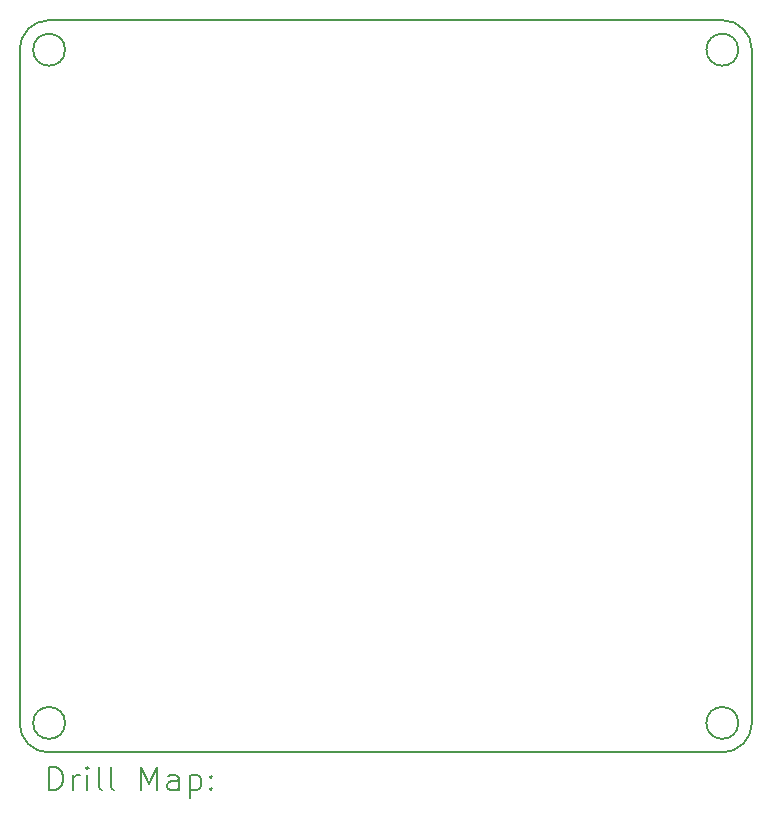
<source format=gbr>
%TF.GenerationSoftware,KiCad,Pcbnew,8.0.5*%
%TF.CreationDate,2024-12-03T18:06:48+01:00*%
%TF.ProjectId,Controller 1.4,436f6e74-726f-46c6-9c65-7220312e342e,rev?*%
%TF.SameCoordinates,Original*%
%TF.FileFunction,Drillmap*%
%TF.FilePolarity,Positive*%
%FSLAX45Y45*%
G04 Gerber Fmt 4.5, Leading zero omitted, Abs format (unit mm)*
G04 Created by KiCad (PCBNEW 8.0.5) date 2024-12-03 18:06:48*
%MOMM*%
%LPD*%
G01*
G04 APERTURE LIST*
%ADD10C,0.200000*%
%ADD11C,0.010050*%
G04 APERTURE END LIST*
D10*
X16690200Y-9880600D02*
G75*
G02*
X16440200Y-10130600I-250000J0D01*
G01*
X10875200Y-4180600D02*
G75*
G02*
X10605200Y-4180600I-135000J0D01*
G01*
X10605200Y-4180600D02*
G75*
G02*
X10875200Y-4180600I135000J0D01*
G01*
X16440200Y-3930600D02*
G75*
G02*
X16690200Y-4180600I0J-250000D01*
G01*
X10740200Y-3930600D02*
X16440200Y-3930600D01*
X10490200Y-9880600D02*
X10490200Y-4180600D01*
X10740200Y-10130600D02*
G75*
G02*
X10490200Y-9880600I0J250000D01*
G01*
X10875200Y-9880600D02*
G75*
G02*
X10605200Y-9880600I-135000J0D01*
G01*
X10605200Y-9880600D02*
G75*
G02*
X10875200Y-9880600I135000J0D01*
G01*
X16575200Y-9880600D02*
G75*
G02*
X16305200Y-9880600I-135000J0D01*
G01*
X16305200Y-9880600D02*
G75*
G02*
X16575200Y-9880600I135000J0D01*
G01*
X16575200Y-4180600D02*
G75*
G02*
X16305200Y-4180600I-135000J0D01*
G01*
X16305200Y-4180600D02*
G75*
G02*
X16575200Y-4180600I135000J0D01*
G01*
X16440200Y-10130600D02*
X10740200Y-10130600D01*
X10490200Y-4180600D02*
G75*
G02*
X10740200Y-3930600I250000J0D01*
G01*
X16690200Y-4180600D02*
X16690200Y-9880600D01*
D11*
X12990702Y-7630600D02*
G75*
G02*
X12989697Y-7630600I-503J0D01*
G01*
X12989697Y-7630600D02*
G75*
G02*
X12990702Y-7630600I503J0D01*
G01*
D10*
X10740977Y-10452084D02*
X10740977Y-10252084D01*
X10740977Y-10252084D02*
X10788596Y-10252084D01*
X10788596Y-10252084D02*
X10817167Y-10261608D01*
X10817167Y-10261608D02*
X10836215Y-10280655D01*
X10836215Y-10280655D02*
X10845739Y-10299703D01*
X10845739Y-10299703D02*
X10855263Y-10337798D01*
X10855263Y-10337798D02*
X10855263Y-10366370D01*
X10855263Y-10366370D02*
X10845739Y-10404465D01*
X10845739Y-10404465D02*
X10836215Y-10423512D01*
X10836215Y-10423512D02*
X10817167Y-10442560D01*
X10817167Y-10442560D02*
X10788596Y-10452084D01*
X10788596Y-10452084D02*
X10740977Y-10452084D01*
X10940977Y-10452084D02*
X10940977Y-10318751D01*
X10940977Y-10356846D02*
X10950501Y-10337798D01*
X10950501Y-10337798D02*
X10960024Y-10328274D01*
X10960024Y-10328274D02*
X10979072Y-10318751D01*
X10979072Y-10318751D02*
X10998120Y-10318751D01*
X11064786Y-10452084D02*
X11064786Y-10318751D01*
X11064786Y-10252084D02*
X11055263Y-10261608D01*
X11055263Y-10261608D02*
X11064786Y-10271132D01*
X11064786Y-10271132D02*
X11074310Y-10261608D01*
X11074310Y-10261608D02*
X11064786Y-10252084D01*
X11064786Y-10252084D02*
X11064786Y-10271132D01*
X11188596Y-10452084D02*
X11169548Y-10442560D01*
X11169548Y-10442560D02*
X11160024Y-10423512D01*
X11160024Y-10423512D02*
X11160024Y-10252084D01*
X11293358Y-10452084D02*
X11274310Y-10442560D01*
X11274310Y-10442560D02*
X11264786Y-10423512D01*
X11264786Y-10423512D02*
X11264786Y-10252084D01*
X11521929Y-10452084D02*
X11521929Y-10252084D01*
X11521929Y-10252084D02*
X11588596Y-10394941D01*
X11588596Y-10394941D02*
X11655262Y-10252084D01*
X11655262Y-10252084D02*
X11655262Y-10452084D01*
X11836215Y-10452084D02*
X11836215Y-10347322D01*
X11836215Y-10347322D02*
X11826691Y-10328274D01*
X11826691Y-10328274D02*
X11807643Y-10318751D01*
X11807643Y-10318751D02*
X11769548Y-10318751D01*
X11769548Y-10318751D02*
X11750501Y-10328274D01*
X11836215Y-10442560D02*
X11817167Y-10452084D01*
X11817167Y-10452084D02*
X11769548Y-10452084D01*
X11769548Y-10452084D02*
X11750501Y-10442560D01*
X11750501Y-10442560D02*
X11740977Y-10423512D01*
X11740977Y-10423512D02*
X11740977Y-10404465D01*
X11740977Y-10404465D02*
X11750501Y-10385417D01*
X11750501Y-10385417D02*
X11769548Y-10375893D01*
X11769548Y-10375893D02*
X11817167Y-10375893D01*
X11817167Y-10375893D02*
X11836215Y-10366370D01*
X11931453Y-10318751D02*
X11931453Y-10518751D01*
X11931453Y-10328274D02*
X11950501Y-10318751D01*
X11950501Y-10318751D02*
X11988596Y-10318751D01*
X11988596Y-10318751D02*
X12007643Y-10328274D01*
X12007643Y-10328274D02*
X12017167Y-10337798D01*
X12017167Y-10337798D02*
X12026691Y-10356846D01*
X12026691Y-10356846D02*
X12026691Y-10413989D01*
X12026691Y-10413989D02*
X12017167Y-10433036D01*
X12017167Y-10433036D02*
X12007643Y-10442560D01*
X12007643Y-10442560D02*
X11988596Y-10452084D01*
X11988596Y-10452084D02*
X11950501Y-10452084D01*
X11950501Y-10452084D02*
X11931453Y-10442560D01*
X12112405Y-10433036D02*
X12121929Y-10442560D01*
X12121929Y-10442560D02*
X12112405Y-10452084D01*
X12112405Y-10452084D02*
X12102882Y-10442560D01*
X12102882Y-10442560D02*
X12112405Y-10433036D01*
X12112405Y-10433036D02*
X12112405Y-10452084D01*
X12112405Y-10328274D02*
X12121929Y-10337798D01*
X12121929Y-10337798D02*
X12112405Y-10347322D01*
X12112405Y-10347322D02*
X12102882Y-10337798D01*
X12102882Y-10337798D02*
X12112405Y-10328274D01*
X12112405Y-10328274D02*
X12112405Y-10347322D01*
M02*

</source>
